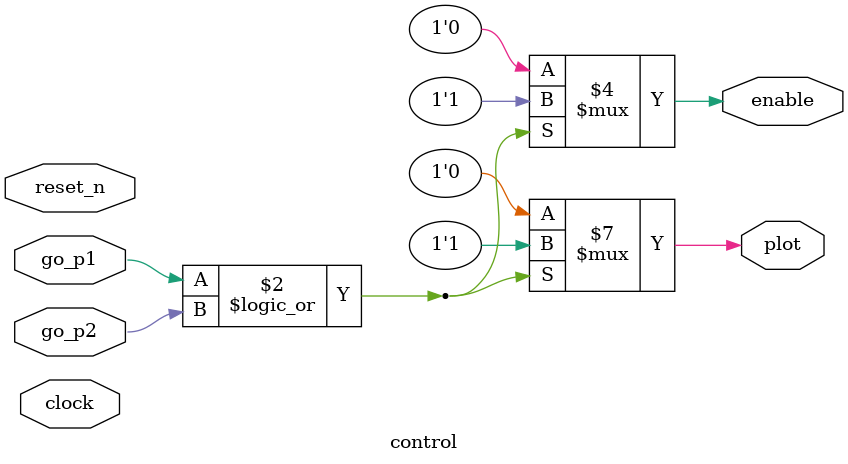
<source format=v>
module connectFourVGA
	(
		CLOCK_50,						//	On Board 50 MHz
		// Your inputs and outputs here
        KEY,
        SW,
		// The ports below are for the VGA output.  Do not change.
		VGA_CLK,   						//	VGA Clock
		VGA_HS,							//	VGA H_SYNC
		VGA_VS,							//	VGA V_SYNC
		VGA_BLANK_N,						//	VGA BLANK
		VGA_SYNC_N,						//	VGA SYNC
		VGA_R,   						//	VGA Red[9:0]
		VGA_B   						//	VGA Blue[9:0]
	);

	input			CLOCK_50;				//	50 MHz
	input   [9:0]   SW;
	input   [3:0]   KEY;

	// Declare your inputs and outputs here
	// Do not change the following outputs
	output			VGA_CLK;   				//	VGA Clock
	output			VGA_HS;					//	VGA H_SYNC
	output			VGA_VS;					//	VGA V_SYNC
	output			VGA_BLANK_N;				//	VGA BLANK
	output			VGA_SYNC_N;				//	VGA SYNC
	output	[9:0]	VGA_R;   				//	VGA Red[9:0]
	output	[9:0]	VGA_B;   				//	VGA Blue[9:0]

	wire resetn, p1, p2;
	assign resetn = KEY[0];
	assign p1 = KEY[1];
	assign p2 = KEY[2];

	// Create the colour, x, y and writeEn wires that are inputs to the controller.
	wire [2:0] colour;
	wire [7:0] x;
	wire [6:0] y;
	wire writeEn;
	wire enable;

	// Create an Instance of a VGA controller - there can be only one!
	// Define the number of colours as well as the initial background
	// image file (.MIF) for the controller.
	vga_adapter VGA(
			.resetn(resetn),
			.clock(CLOCK_50),
			.colour(colour),
			.x(x),
			.y(y),
			.plot(writeEn),
			/* Signals for the DAC to drive the monitor. */
			.VGA_R(VGA_R),
			.VGA_B(VGA_B),
			.VGA_HS(VGA_HS),
			.VGA_VS(VGA_VS),
			.VGA_BLANK(VGA_BLANK_N),
			.VGA_SYNC(VGA_SYNC_N),
			.VGA_CLK(VGA_CLK));
		defparam VGA.RESOLUTION = "160x120";
		defparam VGA.MONOCHROME = "FALSE";
		defparam VGA.BITS_PER_COLOUR_CHANNEL = 1;
		defparam VGA.BACKGROUND_IMAGE = "grid.mif";

	// Put your code here. Your code should produce signals x,y,colour and writeEn/plot
	// for the VGA controller, in addition to any other functionality your design may require.

    // Instansiate datapath
      datapath d0(SW[5:0], CLOCK_50, KEY[0], KEY[1], KEY[2], enable, x, y, colour);

    // Instansiate FSM control
    control c0(~KEY[1], ~KEY[2], KEY[0], CLOCK_50, enable, writeEn);
endmodule

module datapath(data_in, clock, reset_n, p_1, p_2, enable, X, Y, Colour);
	input 			reset_n, enable, clock, p_1, p_2;
	input 	[5:0] 	data_in;
	output 	[8:0] 	X;
	output 	[7:0] 	Y;
	output 	[2:0]	Colour;
	reg 	[8:0] 	x1;
	reg		[7:0]   y1;
	reg 	[2:0]   c1;
	wire	[1:0] 	controlA, controlB, controlC;

	always @ (posedge clock) begin
        if (reset_n) begin
            x1 <= 8'b0;
            y1 <= 7'b0;
			c1 <= 3'b0;
        end
        else begin
			if (p_1) begin								// PLAYER 1 IS ALWAYS RED
				c1 <= 100;
			end
			if (p_2) begin								// PLAYER 2 IS ALWAYS BLUE
				c1 <= 001;
			end
			if (data_in == 6'b000000) begin				// BOX 0
				x1 <= 8'b00000010;
				y1 <= 7'b0000010;
			end
			else if (data_in == 6'b000001) begin		// BOX 1
				x1 <= 8'b00011000;
				y1 <= 7'b0000010;
			end
			else if (data_in == 6'b000010) begin		// BOX 2
				x1 <= 8'b00101110;
				y1 <= 7'b0000010;
			end
			else if (data_in == 6'b000011) begin		// BOX 3
				x1 <= 8'b01000100;
				y1 <= 7'b0000010;
			end
			else if (data_in == 6'b000100) begin		// BOX 4
				x1 <= 8'b01011010;
				y1 <= 7'b0000010;
			end
			else if (data_in == 6'b000101) begin		// BOX 5
				x1 <= 8'b01110000;
				y1 <= 7'b0000010;
			end
			else if (data_in == 6'b000110) begin		// BOX 6
				x1 <= 8'b10000110;
				y1 <= 7'b0000010;
			end
			else if (data_in == 6'b000111) begin		// BOX 7
				x1 <= 8'b00000010;
				y1 <= 7'b0010101;
			end
			else if (data_in == 6'b001000) begin		// BOX 8
				x1 <= 8'b00011000;
				y1 <= 7'b0010101;
			end
			else if (data_in == 6'b001001) begin		// BOX 9
				x1 <= 8'b00101110;
				y1 <= 7'b0010101;
			end
			else if (data_in == 6'b001010) begin		// BOX 10
				x1 <= 8'b01000100;
				y1 <= 7'b0010101;
			end
			else if (data_in == 6'b001011) begin		// BOX 11
				x1 <= 8'b01011010;
				y1 <= 7'b0010101;
			end
			else if (data_in == 6'b001100) begin		// BOX 12
				x1 <= 8'b01110000;
				y1 <= 7'b0010101;
			end
			else if (data_in == 6'b001101) begin		// BOX 13
				x1 <= 8'b10000110;
				y1 <= 7'b0010101;
			end
			else if (data_in == 6'b001110) begin		// BOX 14
				x1 <= 8'b00000010;
				y1 <= 7'b0101000;
			end
			else if (data_in == 6'b001111) begin		// BOX 15
				x1 <= 8'b00011000;
				y1 <= 7'b0101000;
			end
			else if (data_in == 6'b010000) begin		// BOX 16
				x1 <= 8'b00101110;
				y1 <= 7'b0101000;
			end
			else if (data_in == 6'b010001) begin		// BOX 17
				x1 <= 8'b01000100;
				y1 <= 7'b0101000;
			end
			else if (data_in == 6'b010010) begin		// BOX 18
				x1 <= 8'b01011010;
				y1 <= 7'b0101000;
			end
			else if (data_in == 6'b010011) begin		// BOX 19
				x1 <= 8'b01110000;
				y1 <= 7'b0101000;
			end
			else if (data_in == 6'b010100) begin		// BOX 20
				x1 <= 8'b10000110;
				y1 <= 7'b0101000;
			end
			else if (data_in == 6'b010101) begin		// BOX 21
				x1 <= 8'b00000010;
				y1 <= 7'b0111011;
			end
			else if (data_in == 6'b010110) begin		// BOX 22
				x1 <= 8'b00011000;
				y1 <= 7'b0111011;
			end
			else if (data_in == 6'b010111) begin		// BOX 23
				x1 <= 8'b00101110;
				y1 <= 7'b0111011;
			end
			else if (data_in == 6'b011000) begin		// BOX 24
				x1 <= 8'b01000100;
				y1 <= 7'b0111011;
			end
			else if (data_in == 6'b011001) begin		// BOX 25
				x1 <= 8'b01011010;
				y1 <= 7'b0111011;
			end
			else if (data_in == 6'b011010) begin		// BOX 26
				x1 <= 8'b01110000;
				y1 <= 7'b0111011;
			end
			else if (data_in == 6'b011011) begin		// BOX 27
				x1 <= 8'b10000110;
				y1 <= 7'b0111011;
			end
			else if (data_in == 6'b011100) begin		// BOX 28
				x1 <= 8'b00000010;
				y1 <= 7'b1001110;
			end
			else if (data_in == 6'b011101) begin		// BOX 29
				x1 <= 8'b00011000;
				y1 <= 7'b1001110;
			end
			else if (data_in == 6'b011110) begin		// BOX 30
				x1 <= 8'b00101110;
				y1 <= 7'b1001110;
			end
			else if (data_in == 6'b011111) begin		// BOX 31
				x1 <= 8'b01000100;
				y1 <= 7'b1001110;
			end
			else if (data_in == 6'b100000) begin		// BOX 32
				x1 <= 8'b01011010;
				y1 <= 7'b1001110;
			end
			else if (data_in == 6'b100001) begin		// BOX 33
				x1 <= 8'b01110000;
				y1 <= 7'b1001110;
			end
			else if (data_in == 6'b100010) begin		// BOX 34
				x1 <= 8'b10000110;
				y1 <= 7'b1001110;
			end
			else if (data_in == 6'b100011) begin		// BOX 35
				x1 <= 8'b00000010;
				y1 <= 7'b1100001;
			end
			else if (data_in == 6'b100100) begin		// BOX 36
				x1 <= 8'b00011000;
				y1 <= 7'b1100001;
			end
			else if (data_in == 6'b100101) begin		// BOX 37
				x1 <= 8'b00101110;
				y1 <= 7'b1100001;
			end
			else if (data_in == 6'b100110) begin		// BOX 38
				x1 <= 8'b01000100;
				y1 <= 7'b1100001;
			end
			else if (data_in == 6'b100111) begin		// BOX 39
				x1 <= 8'b01011010;
				y1 <= 7'b1100001;
			end
			else if (data_in == 6'b101000) begin		// BOX 40
				x1 <= 8'b01110000;
				y1 <= 7'b1100001;
			end
			else if (data_in == 6'b101001) begin		// BOX 41
				x1 <= 8'b10000110;
				y1 <= 7'b1100001;
			end
        end
    end

	counter m0 (clock, reset_n, enable, controlA);
	rate_counter m1 (clock, reset_n, enable, controlB);
	assign enable_1 = (controlB == 2'b00) ? 1 : 0;
	counter m2 (clock, reset_n, enable_1, controlC);

	assign X = x1 + controlA;
	assign Y = y1 + controlC;
	assign Colour = c1;
endmodule

module counter(clock, reset_n, enable, q);
	input clock, reset_n, enable;
	output reg [1:0] q;

	always @(posedge clock) begin
		if (reset_n == 1'b0) begin
			q <= 2'b00;
		end
		else if (enable == 1'b1) begin
			if (q == 2'b11) begin
				q <= 2'b00;
			end
		  	else begin
			  	q <= q + 1'b1;
			end
		end
	end
endmodule

module rate_counter(clock, reset_n, enable, q);
	input clock, reset_n, enable;
	output reg [1:0] q;

	always @(posedge clock) begin
		if (reset_n == 1'b0) begin
			q <= 2'b11;
		end
		else if (enable == 1'b1) begin
		   	if (q == 2'b00) begin
				q <= 2'b11;
			end
			else begin
				q <= q - 1'b1;
			end
		end
	end
endmodule

module control (go_p1, go_p2, reset_n, clock, enable, plot);
	input go_p1, go_p2, reset_n, clock;
	output reg enable, plot;

	always@(*) begin
		// By default make all our signals 0
		enable = 1'b0;
		plot = 1'b0;

		if (go_p1 || go_p2) begin
			plot = 1'b1;
			enable = 1'b1;
		end
	end
endmodule

</source>
